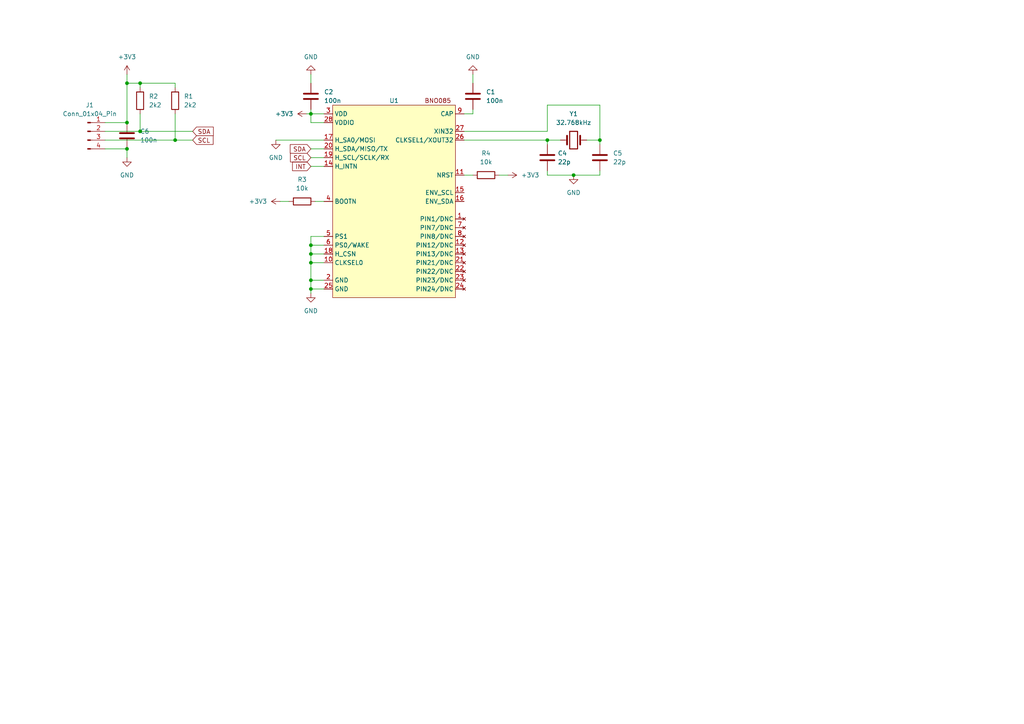
<source format=kicad_sch>
(kicad_sch (version 20230121) (generator eeschema)
  (paper "A4")
  (lib_symbols
    (symbol "Connector:Conn_01x04_Pin" (pin_names (offset 1.016) hide)
      (property "Reference" "J" (at 0 5.08 0))
      (property "Value" "Conn_01x04_Pin" (at 0 -7.62 0))
      (symbol "Conn_01x04_Pin_1_1"
        (polyline (pts (xy 1.27 -5.08) (xy 0.8636 -5.08)) (stroke (width 0.1524)))
        (polyline (pts (xy 1.27 -2.54) (xy 0.8636 -2.54)) (stroke (width 0.1524)))
        (polyline (pts (xy 1.27 0) (xy 0.8636 0)) (stroke (width 0.1524)))
        (polyline (pts (xy 1.27 2.54) (xy 0.8636 2.54)) (stroke (width 0.1524)))
        (rectangle (start 0.8636 -4.953) (end 0 -5.207) (stroke (width 0.1524)) (fill (type outline)))
        (rectangle (start 0.8636 -2.413) (end 0 -2.667) (stroke (width 0.1524)) (fill (type outline)))
        (rectangle (start 0.8636 0.127) (end 0 -0.127) (stroke (width 0.1524)) (fill (type outline)))
        (rectangle (start 0.8636 2.667) (end 0 2.413) (stroke (width 0.1524)) (fill (type outline)))
        (pin passive line (at 5.08 2.54 180) (length 3.81) (name "Pin_1") (number "1"))
        (pin passive line (at 5.08 0 180) (length 3.81) (name "Pin_2") (number "2"))
        (pin passive line (at 5.08 -2.54 180) (length 3.81) (name "Pin_3") (number "3"))
        (pin passive line (at 5.08 -5.08 180) (length 3.81) (name "Pin_4") (number "4"))
      )
    )
    (symbol "Device:C" (pin_numbers hide) (pin_names (offset 0.254))
      (property "Reference" "C" (at 0.635 2.54 0))
      (property "Value" "C" (at 0.635 -2.54 0))
      (symbol "C_0_1"
        (polyline (pts (xy -2.032 -0.762) (xy 2.032 -0.762)) (stroke (width 0.508)))
        (polyline (pts (xy -2.032 0.762) (xy 2.032 0.762)) (stroke (width 0.508)))
      )
      (symbol "C_1_1"
        (pin passive line (at 0 3.81 270) (length 2.794) (name "~") (number "1"))
        (pin passive line (at 0 -3.81 90) (length 2.794) (name "~") (number "2"))
      )
    )
    (symbol "Device:Crystal" (pin_numbers hide) (pin_names (offset 1.016) hide)
      (property "Reference" "Y" (at 0 3.81 0))
      (property "Value" "Crystal" (at 0 -3.81 0))
      (symbol "Crystal_0_1"
        (rectangle (start -1.143 2.54) (end 1.143 -2.54) (stroke (width 0.3048)))
        (polyline (pts (xy -2.54 0) (xy -1.905 0)))
        (polyline (pts (xy -1.905 -1.27) (xy -1.905 1.27)) (stroke (width 0.508)))
        (polyline (pts (xy 1.905 -1.27) (xy 1.905 1.27)) (stroke (width 0.508)))
        (polyline (pts (xy 2.54 0) (xy 1.905 0)))
      )
      (symbol "Crystal_1_1"
        (pin passive line (at -3.81 0 0) (length 1.27) (name "1") (number "1"))
        (pin passive line (at 3.81 0 180) (length 1.27) (name "2") (number "2"))
      )
    )
    (symbol "Device:R" (pin_numbers hide) (pin_names (offset 0))
      (property "Reference" "R" (at 2.032 0 90))
      (property "Value" "R" (at 0 0 90))
      (symbol "R_0_1"
        (rectangle (start -1.016 -2.54) (end 1.016 2.54) (stroke (width 0.254)))
      )
      (symbol "R_1_1"
        (pin passive line (at 0 3.81 270) (length 1.27) (name "~") (number "1"))
        (pin passive line (at 0 -3.81 90) (length 1.27) (name "~") (number "2"))
      )
    )
    (symbol "IMUs:BNO085"
      (property "Reference" "U" (at 0 27.94 0))
      (property "Footprint" "Package_LGA:LGA-28_5.2x3.8mm_P0.5mm" (at 0 -30.48 0) (show_name))
      (symbol "BNO085_1_1"
        (rectangle (start -17.78 26.67) (end 17.78 -29.21) (fill (type background)))
        (text "BNO085" (at 12.7 27.94 0) (effects (font (size 1.27 1.27))))
        (pin no_connect line (at 20.32 -6.35 180) (length 2.54) (name "PIN1/DNC") (number "1"))
        (pin input line (at -20.32 -19.05 0) (length 2.54) (name "CLKSEL0") (number "10"))
        (pin input line (at 20.32 6.35 180) (length 2.54) (name "NRST") (number "11"))
        (pin no_connect line (at 20.32 -13.97 180) (length 2.54) (name "PIN12/DNC") (number "12"))
        (pin no_connect line (at 20.32 -16.51 180) (length 2.54) (name "PIN13/DNC") (number "13"))
        (pin output line (at -20.32 8.89 0) (length 2.54) (name "H_INTN") (number "14"))
        (pin bidirectional line (at 20.32 1.27 180) (length 2.54) (name "ENV_SCL") (number "15"))
        (pin bidirectional line (at 20.32 -1.27 180) (length 2.54) (name "ENV_SDA") (number "16"))
        (pin input line (at -20.32 16.51 0) (length 2.54) (name "H_SA0/MOSI") (number "17"))
        (pin input line (at -20.32 -16.51 0) (length 2.54) (name "H_CSN") (number "18"))
        (pin bidirectional line (at -20.32 11.43 0) (length 2.54) (name "H_SCL/SCLK/RX") (number "19"))
        (pin power_in line (at -20.32 -24.13 0) (length 2.54) (name "GND") (number "2"))
        (pin bidirectional line (at -20.32 13.97 0) (length 2.54) (name "H_SDA/MISO/TX") (number "20"))
        (pin no_connect line (at 20.32 -19.05 180) (length 2.54) (name "PIN21/DNC") (number "21"))
        (pin no_connect line (at 20.32 -21.59 180) (length 2.54) (name "PIN22/DNC") (number "22"))
        (pin no_connect line (at 20.32 -24.13 180) (length 2.54) (name "PIN23/DNC") (number "23"))
        (pin no_connect line (at 20.32 -26.67 180) (length 2.54) (name "PIN24/DNC") (number "24"))
        (pin power_in line (at -20.32 -26.67 0) (length 2.54) (name "GND") (number "25"))
        (pin output line (at 20.32 16.51 180) (length 2.54) (name "CLKSEL1/XOUT32") (number "26"))
        (pin input line (at 20.32 19.05 180) (length 2.54) (name "XIN32") (number "27"))
        (pin power_in line (at -20.32 21.59 0) (length 2.54) (name "VDDIO") (number "28"))
        (pin power_in line (at -20.32 24.13 0) (length 2.54) (name "VDD") (number "3"))
        (pin input line (at -20.32 -1.27 0) (length 2.54) (name "BOOTN") (number "4"))
        (pin input line (at -20.32 -11.43 0) (length 2.54) (name "PS1") (number "5"))
        (pin input line (at -20.32 -13.97 0) (length 2.54) (name "PS0/WAKE") (number "6"))
        (pin no_connect line (at 20.32 -8.89 180) (length 2.54) (name "PIN7/DNC") (number "7"))
        (pin no_connect line (at 20.32 -11.43 180) (length 2.54) (name "PIN8/DNC") (number "8"))
        (pin input line (at 20.32 24.13 180) (length 2.54) (name "CAP") (number "9"))
      )
    )
    (symbol "power:+3V3" (power) (pin_names (offset 0))
      (property "Value" "+3V3" (at 0 3.556 0))
      (symbol "+3V3_0_1"
        (polyline (pts (xy -0.762 1.27) (xy 0 2.54)))
        (polyline (pts (xy 0 0) (xy 0 2.54)))
        (polyline (pts (xy 0 2.54) (xy 0.762 1.27)))
      )
      (symbol "+3V3_1_1"
        (pin power_in line (at 0 0 90) (length 0) hide (name "+3V3") (number "1"))
      )
    )
    (symbol "power:GND" (power) (pin_names (offset 0))
      (property "Value" "GND" (at 0 -3.81 0))
      (symbol "GND_0_1"
        (polyline (pts (xy 0 0) (xy 0 -1.27) (xy 1.27 -1.27) (xy 0 -2.54) (xy -1.27 -1.27) (xy 0 -1.27)))
      )
      (symbol "GND_1_1"
        (pin power_in line (at 0 0 270) (length 0) hide (name "GND") (number "1"))
      )
    )
  )
  (junction (at 90.17 73.66))
  (junction (at 90.17 81.28))
  (junction (at 50.8 40.64))
  (junction (at 166.37 50.8))
  (junction (at 90.17 71.12))
  (junction (at 90.17 76.2))
  (junction (at 90.17 33.02))
  (junction (at 36.83 43.18))
  (junction (at 40.64 38.1))
  (junction (at 173.99 40.64))
  (junction (at 36.83 24.13))
  (junction (at 40.64 24.13))
  (junction (at 36.83 35.56))
  (junction (at 90.17 83.82))
  (junction (at 158.75 40.64))
  (wire (pts (xy 80.01 40.64) (xy 93.98 40.64)))
  (wire (pts (xy 90.17 73.66) (xy 93.98 73.66)))
  (wire (pts (xy 36.83 45.72) (xy 36.83 43.18)))
  (wire (pts (xy 36.83 35.56) (xy 36.83 24.13)))
  (wire (pts (xy 158.75 40.64) (xy 158.75 41.91)))
  (wire (pts (xy 170.18 40.64) (xy 173.99 40.64)))
  (wire (pts (xy 173.99 30.48) (xy 173.99 40.64)))
  (wire (pts (xy 90.17 43.18) (xy 93.98 43.18)))
  (wire (pts (xy 36.83 24.13) (xy 36.83 21.59)))
  (wire (pts (xy 50.8 40.64) (xy 30.48 40.64)))
  (wire (pts (xy 40.64 33.02) (xy 40.64 38.1)))
  (wire (pts (xy 173.99 40.64) (xy 173.99 41.91)))
  (wire (pts (xy 166.37 50.8) (xy 173.99 50.8)))
  (wire (pts (xy 173.99 50.8) (xy 173.99 49.53)))
  (wire (pts (xy 40.64 24.13) (xy 50.8 24.13)))
  (wire (pts (xy 90.17 83.82) (xy 93.98 83.82)))
  (wire (pts (xy 90.17 33.02) (xy 93.98 33.02)))
  (wire (pts (xy 158.75 38.1) (xy 158.75 30.48)))
  (wire (pts (xy 50.8 40.64) (xy 55.88 40.64)))
  (wire (pts (xy 90.17 81.28) (xy 90.17 83.82)))
  (wire (pts (xy 36.83 43.18) (xy 30.48 43.18)))
  (wire (pts (xy 90.17 33.02) (xy 90.17 31.75)))
  (wire (pts (xy 81.28 58.42) (xy 83.82 58.42)))
  (wire (pts (xy 137.16 33.02) (xy 137.16 31.75)))
  (wire (pts (xy 134.62 33.02) (xy 137.16 33.02)))
  (wire (pts (xy 91.44 58.42) (xy 93.98 58.42)))
  (wire (pts (xy 40.64 38.1) (xy 55.88 38.1)))
  (wire (pts (xy 90.17 76.2) (xy 90.17 81.28)))
  (wire (pts (xy 90.17 21.59) (xy 90.17 24.13)))
  (wire (pts (xy 90.17 71.12) (xy 93.98 71.12)))
  (wire (pts (xy 50.8 24.13) (xy 50.8 25.4)))
  (wire (pts (xy 90.17 68.58) (xy 90.17 71.12)))
  (wire (pts (xy 93.98 81.28) (xy 90.17 81.28)))
  (wire (pts (xy 162.56 40.64) (xy 158.75 40.64)))
  (wire (pts (xy 90.17 48.26) (xy 93.98 48.26)))
  (wire (pts (xy 90.17 35.56) (xy 93.98 35.56)))
  (wire (pts (xy 36.83 24.13) (xy 40.64 24.13)))
  (wire (pts (xy 134.62 38.1) (xy 158.75 38.1)))
  (wire (pts (xy 40.64 24.13) (xy 40.64 25.4)))
  (wire (pts (xy 158.75 49.53) (xy 158.75 50.8)))
  (wire (pts (xy 134.62 50.8) (xy 137.16 50.8)))
  (wire (pts (xy 158.75 30.48) (xy 173.99 30.48)))
  (wire (pts (xy 158.75 50.8) (xy 166.37 50.8)))
  (wire (pts (xy 144.78 50.8) (xy 147.32 50.8)))
  (wire (pts (xy 90.17 45.72) (xy 93.98 45.72)))
  (wire (pts (xy 40.64 38.1) (xy 30.48 38.1)))
  (wire (pts (xy 90.17 73.66) (xy 90.17 76.2)))
  (wire (pts (xy 90.17 83.82) (xy 90.17 85.09)))
  (wire (pts (xy 90.17 35.56) (xy 90.17 33.02)))
  (wire (pts (xy 90.17 76.2) (xy 93.98 76.2)))
  (wire (pts (xy 134.62 40.64) (xy 158.75 40.64)))
  (wire (pts (xy 93.98 68.58) (xy 90.17 68.58)))
  (wire (pts (xy 88.9 33.02) (xy 90.17 33.02)))
  (wire (pts (xy 50.8 33.02) (xy 50.8 40.64)))
  (wire (pts (xy 137.16 21.59) (xy 137.16 24.13)))
  (wire (pts (xy 90.17 71.12) (xy 90.17 73.66)))
  (wire (pts (xy 30.48 35.56) (xy 36.83 35.56)))
  (global_label "SCL" (shape input) (at 90.17 45.72 180) (property "Intersheetrefs" "${INTERSHEET_REFS}" (effects hide)))
  (global_label "SDA" (shape input) (at 90.17 43.18 180) (property "Intersheetrefs" "${INTERSHEET_REFS}" (effects hide)))
  (global_label "SDA" (shape input) (at 55.88 38.1 0) (property "Intersheetrefs" "${INTERSHEET_REFS}" (effects hide)))
  (global_label "SCL" (shape input) (at 55.88 40.64 0) (property "Intersheetrefs" "${INTERSHEET_REFS}" (effects hide)))
  (global_label "INT" (shape input) (at 90.17 48.26 180) (property "Intersheetrefs" "${INTERSHEET_REFS}" (effects hide)))
  (symbol (lib_id "power:GND") (at 80.01 40.64 0) (unit 1)
    (property "Reference" "#PWR04" (effects hide))
    (property "Value" "GND" (at 80.01 45.72 0))
  )
  (symbol (lib_id "Device:R") (at 140.97 50.8 270) (unit 1)
    (property "Reference" "R4" (at 140.97 44.45 90))
    (property "Value" "10k" (at 140.97 46.99 90))
    (property "Footprint" "Resistor_SMD:R_0402_1005Metric" (effects hide))
  )
  (symbol (lib_id "Device:R") (at 50.8 29.21 0) (unit 1)
    (property "Reference" "R1" (at 53.34 27.94 0) (effects (justify left)))
    (property "Value" "2k2" (at 53.34 30.48 0) (effects (justify left)))
    (property "Footprint" "Resistor_SMD:R_0402_1005Metric" (effects hide))
  )
  (symbol (lib_id "Device:C") (at 36.83 39.37 0) (unit 1)
    (property "Reference" "C6" (at 40.64 38.1 0) (effects (justify left)))
    (property "Value" "100n" (at 40.64 40.64 0) (effects (justify left)))
    (property "Footprint" "Capacitor_SMD:C_0402_1005Metric" (effects hide))
  )
  (symbol (lib_id "Device:C") (at 137.16 27.94 0) (unit 1)
    (property "Reference" "C1" (at 140.97 26.67 0) (effects (justify left)))
    (property "Value" "100n" (at 140.97 29.21 0) (effects (justify left)))
    (property "Footprint" "Capacitor_SMD:C_0402_1005Metric" (effects hide))
  )
  (symbol (lib_id "power:+3V3") (at 88.9 33.02 90) (unit 1)
    (property "Reference" "#PWR02" (effects hide))
    (property "Value" "+3V3" (at 85.09 33.02 90) (effects (justify left)))
  )
  (symbol (lib_id "power:+3V3") (at 36.83 21.59 0) (unit 1)
    (property "Reference" "#PWR011" (effects hide))
    (property "Value" "+3V3" (at 36.83 16.51 0))
  )
  (symbol (lib_id "Device:C") (at 173.99 45.72 0) (unit 1)
    (property "Reference" "C5" (at 177.8 44.45 0) (effects (justify left)))
    (property "Value" "22p" (at 177.8 46.99 0) (effects (justify left)))
    (property "Footprint" "Capacitor_SMD:C_0402_1005Metric" (effects hide))
  )
  (symbol (lib_id "Connector:Conn_01x04_Pin") (at 25.4 38.1 0) (unit 1)
    (property "Reference" "J1" (at 26.035 30.48 0))
    (property "Value" "Conn_01x04_Pin" (at 26.035 33.02 0))
    (property "Footprint" "Connector_JST:JST_SH_SM04B-SRSS-TB_1x04-1MP_P1.00mm_Horizontal" (effects hide))
  )
  (symbol (lib_id "IMUs:BNO085") (at 114.3 57.15 0) (unit 1)
    (property "Reference" "U1" (at 114.3 29.21 0))
    (property "Footprint" "Package_LGA:LGA-28_5.2x3.8mm_P0.5mm" (effects hide))
  )
  (symbol (lib_id "power:GND") (at 90.17 21.59 180) (unit 1)
    (property "Reference" "#PWR06" (effects hide))
    (property "Value" "GND" (at 90.17 16.51 0))
  )
  (symbol (lib_id "power:+3V3") (at 81.28 58.42 90) (unit 1)
    (property "Reference" "#PWR08" (effects hide))
    (property "Value" "+3V3" (at 77.47 58.42 90) (effects (justify left)))
  )
  (symbol (lib_id "Device:C") (at 158.75 45.72 0) (unit 1)
    (property "Reference" "C4" (at 161.774 44.45 0) (effects (justify left)))
    (property "Value" "22p" (at 161.774 46.99 0) (effects (justify left)))
    (property "Footprint" "Capacitor_SMD:C_0402_1005Metric" (effects hide))
  )
  (symbol (lib_id "Device:Crystal") (at 166.37 40.64 0) (unit 1)
    (property "Reference" "Y1" (at 166.37 33.02 0))
    (property "Value" "32.768kHz" (at 166.37 35.56 0))
    (property "Footprint" "Crystal:Crystal_SMD_2012-2Pin_2.0x1.2mm" (effects hide))
  )
  (symbol (lib_id "power:GND") (at 90.17 85.09 0) (unit 1)
    (property "Reference" "#PWR03" (effects hide))
    (property "Value" "GND" (at 90.17 90.17 0))
  )
  (symbol (lib_id "power:GND") (at 166.37 50.8 0) (unit 1)
    (property "Reference" "#PWR010" (effects hide))
    (property "Value" "GND" (at 166.37 55.88 0))
  )
  (symbol (lib_id "Device:C") (at 90.17 27.94 0) (unit 1)
    (property "Reference" "C2" (at 93.98 26.67 0) (effects (justify left)))
    (property "Value" "100n" (at 93.98 29.21 0) (effects (justify left)))
    (property "Footprint" "Capacitor_SMD:C_0402_1005Metric" (effects hide))
  )
  (symbol (lib_id "power:GND") (at 137.16 21.59 180) (unit 1)
    (property "Reference" "#PWR01" (effects hide))
    (property "Value" "GND" (at 137.16 16.51 0))
  )
  (symbol (lib_id "power:+3V3") (at 147.32 50.8 270) (unit 1)
    (property "Reference" "#PWR09" (effects hide))
    (property "Value" "+3V3" (at 151.13 50.8 90) (effects (justify left)))
  )
  (symbol (lib_id "Device:R") (at 87.63 58.42 270) (unit 1)
    (property "Reference" "R3" (at 87.63 52.07 90))
    (property "Value" "10k" (at 87.63 54.61 90))
    (property "Footprint" "Resistor_SMD:R_0402_1005Metric" (effects hide))
  )
  (symbol (lib_id "Device:R") (at 40.64 29.21 0) (unit 1)
    (property "Reference" "R2" (at 43.18 27.94 0) (effects (justify left)))
    (property "Value" "2k2" (at 43.18 30.48 0) (effects (justify left)))
    (property "Footprint" "Resistor_SMD:R_0402_1005Metric" (effects hide))
  )
  (symbol (lib_id "power:GND") (at 36.83 45.72 0) (unit 1)
    (property "Reference" "#PWR012" (effects hide))
    (property "Value" "GND" (at 36.83 50.8 0))
  )
)
</source>
